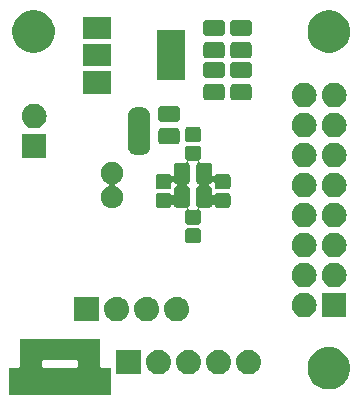
<source format=gts>
G04 #@! TF.GenerationSoftware,KiCad,Pcbnew,5.0.2+dfsg1-1*
G04 #@! TF.CreationDate,2019-02-22T20:57:12+02:00*
G04 #@! TF.ProjectId,e3634a_oled,65333633-3461-45f6-9f6c-65642e6b6963,A*
G04 #@! TF.SameCoordinates,Original*
G04 #@! TF.FileFunction,Soldermask,Top*
G04 #@! TF.FilePolarity,Negative*
%FSLAX46Y46*%
G04 Gerber Fmt 4.6, Leading zero omitted, Abs format (unit mm)*
G04 Created by KiCad (PCBNEW 5.0.2+dfsg1-1) date Fri 22 Feb 2019 08:57:12 PM EET*
%MOMM*%
%LPD*%
G01*
G04 APERTURE LIST*
%ADD10C,0.100000*%
G04 APERTURE END LIST*
D10*
G36*
X58130220Y-70828060D02*
X58132622Y-70852446D01*
X58139735Y-70875895D01*
X58151286Y-70897506D01*
X58166832Y-70916448D01*
X58185774Y-70931994D01*
X58207385Y-70943545D01*
X58230834Y-70950658D01*
X58255220Y-70953060D01*
X59027720Y-70953060D01*
X59027720Y-73253060D01*
X50432720Y-73253060D01*
X50432720Y-70953060D01*
X51205220Y-70953060D01*
X51229606Y-70950658D01*
X51253055Y-70943545D01*
X51274666Y-70931994D01*
X51293608Y-70916448D01*
X51309154Y-70897506D01*
X51320705Y-70875895D01*
X51327818Y-70852446D01*
X51330220Y-70828060D01*
X51330220Y-70458060D01*
X53205220Y-70458060D01*
X53205220Y-70828060D01*
X53207622Y-70852446D01*
X53214735Y-70875895D01*
X53226286Y-70897506D01*
X53241832Y-70916448D01*
X53260774Y-70931994D01*
X53282385Y-70943545D01*
X53305834Y-70950658D01*
X53330220Y-70953060D01*
X56130220Y-70953060D01*
X56154606Y-70950658D01*
X56178055Y-70943545D01*
X56199666Y-70931994D01*
X56218608Y-70916448D01*
X56234154Y-70897506D01*
X56245705Y-70875895D01*
X56252818Y-70852446D01*
X56255220Y-70828060D01*
X56255220Y-70458060D01*
X56252818Y-70433674D01*
X56245705Y-70410225D01*
X56234154Y-70388614D01*
X56218608Y-70369672D01*
X56199666Y-70354126D01*
X56178055Y-70342575D01*
X56154606Y-70335462D01*
X56130220Y-70333060D01*
X53330220Y-70333060D01*
X53305834Y-70335462D01*
X53282385Y-70342575D01*
X53260774Y-70354126D01*
X53241832Y-70369672D01*
X53226286Y-70388614D01*
X53214735Y-70410225D01*
X53207622Y-70433674D01*
X53205220Y-70458060D01*
X51330220Y-70458060D01*
X51330220Y-68553060D01*
X58130220Y-68553060D01*
X58130220Y-70828060D01*
X58130220Y-70828060D01*
G37*
G36*
X77909122Y-69246115D02*
X78025041Y-69269173D01*
X78352620Y-69404861D01*
X78390243Y-69430000D01*
X78647436Y-69601851D01*
X78898149Y-69852564D01*
X78898151Y-69852567D01*
X79095139Y-70147380D01*
X79230827Y-70474959D01*
X79300000Y-70822716D01*
X79300000Y-71177284D01*
X79232863Y-71514807D01*
X79230827Y-71525040D01*
X79095140Y-71852618D01*
X78898149Y-72147436D01*
X78647436Y-72398149D01*
X78647433Y-72398151D01*
X78352620Y-72595139D01*
X78025041Y-72730827D01*
X77909122Y-72753885D01*
X77677286Y-72800000D01*
X77322714Y-72800000D01*
X77090878Y-72753885D01*
X76974959Y-72730827D01*
X76647380Y-72595139D01*
X76352567Y-72398151D01*
X76352564Y-72398149D01*
X76101851Y-72147436D01*
X75904860Y-71852618D01*
X75769173Y-71525040D01*
X75767138Y-71514807D01*
X75700000Y-71177284D01*
X75700000Y-70822716D01*
X75769173Y-70474959D01*
X75904861Y-70147380D01*
X76101849Y-69852567D01*
X76101851Y-69852564D01*
X76352564Y-69601851D01*
X76609757Y-69430000D01*
X76647380Y-69404861D01*
X76974959Y-69269173D01*
X77090878Y-69246115D01*
X77322714Y-69200000D01*
X77677286Y-69200000D01*
X77909122Y-69246115D01*
X77909122Y-69246115D01*
G37*
G36*
X61591000Y-71530000D02*
X59491000Y-71530000D01*
X59491000Y-69430000D01*
X61591000Y-69430000D01*
X61591000Y-71530000D01*
X61591000Y-71530000D01*
G37*
G36*
X63209707Y-69437597D02*
X63286836Y-69445193D01*
X63418787Y-69485220D01*
X63484763Y-69505233D01*
X63667172Y-69602733D01*
X63827054Y-69733946D01*
X63958267Y-69893828D01*
X64055767Y-70076237D01*
X64055767Y-70076238D01*
X64115807Y-70274164D01*
X64136080Y-70480000D01*
X64115807Y-70685836D01*
X64075780Y-70817787D01*
X64055767Y-70883763D01*
X63958267Y-71066172D01*
X63827054Y-71226054D01*
X63667172Y-71357267D01*
X63484763Y-71454767D01*
X63418787Y-71474780D01*
X63286836Y-71514807D01*
X63209707Y-71522404D01*
X63132580Y-71530000D01*
X63029420Y-71530000D01*
X62952293Y-71522404D01*
X62875164Y-71514807D01*
X62743213Y-71474780D01*
X62677237Y-71454767D01*
X62494828Y-71357267D01*
X62334946Y-71226054D01*
X62203733Y-71066172D01*
X62106233Y-70883763D01*
X62086220Y-70817787D01*
X62046193Y-70685836D01*
X62025920Y-70480000D01*
X62046193Y-70274164D01*
X62106233Y-70076238D01*
X62106233Y-70076237D01*
X62203733Y-69893828D01*
X62334946Y-69733946D01*
X62494828Y-69602733D01*
X62677237Y-69505233D01*
X62743213Y-69485220D01*
X62875164Y-69445193D01*
X62952293Y-69437597D01*
X63029420Y-69430000D01*
X63132580Y-69430000D01*
X63209707Y-69437597D01*
X63209707Y-69437597D01*
G37*
G36*
X65749707Y-69437597D02*
X65826836Y-69445193D01*
X65958787Y-69485220D01*
X66024763Y-69505233D01*
X66207172Y-69602733D01*
X66367054Y-69733946D01*
X66498267Y-69893828D01*
X66595767Y-70076237D01*
X66595767Y-70076238D01*
X66655807Y-70274164D01*
X66676080Y-70480000D01*
X66655807Y-70685836D01*
X66615780Y-70817787D01*
X66595767Y-70883763D01*
X66498267Y-71066172D01*
X66367054Y-71226054D01*
X66207172Y-71357267D01*
X66024763Y-71454767D01*
X65958787Y-71474780D01*
X65826836Y-71514807D01*
X65749707Y-71522404D01*
X65672580Y-71530000D01*
X65569420Y-71530000D01*
X65492293Y-71522404D01*
X65415164Y-71514807D01*
X65283213Y-71474780D01*
X65217237Y-71454767D01*
X65034828Y-71357267D01*
X64874946Y-71226054D01*
X64743733Y-71066172D01*
X64646233Y-70883763D01*
X64626220Y-70817787D01*
X64586193Y-70685836D01*
X64565920Y-70480000D01*
X64586193Y-70274164D01*
X64646233Y-70076238D01*
X64646233Y-70076237D01*
X64743733Y-69893828D01*
X64874946Y-69733946D01*
X65034828Y-69602733D01*
X65217237Y-69505233D01*
X65283213Y-69485220D01*
X65415164Y-69445193D01*
X65492293Y-69437597D01*
X65569420Y-69430000D01*
X65672580Y-69430000D01*
X65749707Y-69437597D01*
X65749707Y-69437597D01*
G37*
G36*
X68289707Y-69437597D02*
X68366836Y-69445193D01*
X68498787Y-69485220D01*
X68564763Y-69505233D01*
X68747172Y-69602733D01*
X68907054Y-69733946D01*
X69038267Y-69893828D01*
X69135767Y-70076237D01*
X69135767Y-70076238D01*
X69195807Y-70274164D01*
X69216080Y-70480000D01*
X69195807Y-70685836D01*
X69155780Y-70817787D01*
X69135767Y-70883763D01*
X69038267Y-71066172D01*
X68907054Y-71226054D01*
X68747172Y-71357267D01*
X68564763Y-71454767D01*
X68498787Y-71474780D01*
X68366836Y-71514807D01*
X68289707Y-71522404D01*
X68212580Y-71530000D01*
X68109420Y-71530000D01*
X68032293Y-71522404D01*
X67955164Y-71514807D01*
X67823213Y-71474780D01*
X67757237Y-71454767D01*
X67574828Y-71357267D01*
X67414946Y-71226054D01*
X67283733Y-71066172D01*
X67186233Y-70883763D01*
X67166220Y-70817787D01*
X67126193Y-70685836D01*
X67105920Y-70480000D01*
X67126193Y-70274164D01*
X67186233Y-70076238D01*
X67186233Y-70076237D01*
X67283733Y-69893828D01*
X67414946Y-69733946D01*
X67574828Y-69602733D01*
X67757237Y-69505233D01*
X67823213Y-69485220D01*
X67955164Y-69445193D01*
X68032293Y-69437597D01*
X68109420Y-69430000D01*
X68212580Y-69430000D01*
X68289707Y-69437597D01*
X68289707Y-69437597D01*
G37*
G36*
X70829707Y-69437597D02*
X70906836Y-69445193D01*
X71038787Y-69485220D01*
X71104763Y-69505233D01*
X71287172Y-69602733D01*
X71447054Y-69733946D01*
X71578267Y-69893828D01*
X71675767Y-70076237D01*
X71675767Y-70076238D01*
X71735807Y-70274164D01*
X71756080Y-70480000D01*
X71735807Y-70685836D01*
X71695780Y-70817787D01*
X71675767Y-70883763D01*
X71578267Y-71066172D01*
X71447054Y-71226054D01*
X71287172Y-71357267D01*
X71104763Y-71454767D01*
X71038787Y-71474780D01*
X70906836Y-71514807D01*
X70829707Y-71522404D01*
X70752580Y-71530000D01*
X70649420Y-71530000D01*
X70572293Y-71522404D01*
X70495164Y-71514807D01*
X70363213Y-71474780D01*
X70297237Y-71454767D01*
X70114828Y-71357267D01*
X69954946Y-71226054D01*
X69823733Y-71066172D01*
X69726233Y-70883763D01*
X69706220Y-70817787D01*
X69666193Y-70685836D01*
X69645920Y-70480000D01*
X69666193Y-70274164D01*
X69726233Y-70076238D01*
X69726233Y-70076237D01*
X69823733Y-69893828D01*
X69954946Y-69733946D01*
X70114828Y-69602733D01*
X70297237Y-69505233D01*
X70363213Y-69485220D01*
X70495164Y-69445193D01*
X70572293Y-69437597D01*
X70649420Y-69430000D01*
X70752580Y-69430000D01*
X70829707Y-69437597D01*
X70829707Y-69437597D01*
G37*
G36*
X58050000Y-67050000D02*
X55950000Y-67050000D01*
X55950000Y-64950000D01*
X58050000Y-64950000D01*
X58050000Y-67050000D01*
X58050000Y-67050000D01*
G37*
G36*
X59668707Y-64957596D02*
X59745836Y-64965193D01*
X59877787Y-65005220D01*
X59943763Y-65025233D01*
X60126172Y-65122733D01*
X60286054Y-65253946D01*
X60417267Y-65413828D01*
X60514767Y-65596237D01*
X60514767Y-65596238D01*
X60574807Y-65794164D01*
X60595080Y-66000000D01*
X60574807Y-66205836D01*
X60564391Y-66240172D01*
X60514767Y-66403763D01*
X60417267Y-66586172D01*
X60286054Y-66746054D01*
X60126172Y-66877267D01*
X59943763Y-66974767D01*
X59877787Y-66994780D01*
X59745836Y-67034807D01*
X59668707Y-67042404D01*
X59591580Y-67050000D01*
X59488420Y-67050000D01*
X59411293Y-67042404D01*
X59334164Y-67034807D01*
X59202213Y-66994780D01*
X59136237Y-66974767D01*
X58953828Y-66877267D01*
X58793946Y-66746054D01*
X58662733Y-66586172D01*
X58565233Y-66403763D01*
X58515609Y-66240172D01*
X58505193Y-66205836D01*
X58484920Y-66000000D01*
X58505193Y-65794164D01*
X58565233Y-65596238D01*
X58565233Y-65596237D01*
X58662733Y-65413828D01*
X58793946Y-65253946D01*
X58953828Y-65122733D01*
X59136237Y-65025233D01*
X59202213Y-65005220D01*
X59334164Y-64965193D01*
X59411293Y-64957596D01*
X59488420Y-64950000D01*
X59591580Y-64950000D01*
X59668707Y-64957596D01*
X59668707Y-64957596D01*
G37*
G36*
X64748707Y-64957596D02*
X64825836Y-64965193D01*
X64957787Y-65005220D01*
X65023763Y-65025233D01*
X65206172Y-65122733D01*
X65366054Y-65253946D01*
X65497267Y-65413828D01*
X65594767Y-65596237D01*
X65594767Y-65596238D01*
X65654807Y-65794164D01*
X65675080Y-66000000D01*
X65654807Y-66205836D01*
X65644391Y-66240172D01*
X65594767Y-66403763D01*
X65497267Y-66586172D01*
X65366054Y-66746054D01*
X65206172Y-66877267D01*
X65023763Y-66974767D01*
X64957787Y-66994780D01*
X64825836Y-67034807D01*
X64748707Y-67042404D01*
X64671580Y-67050000D01*
X64568420Y-67050000D01*
X64491293Y-67042404D01*
X64414164Y-67034807D01*
X64282213Y-66994780D01*
X64216237Y-66974767D01*
X64033828Y-66877267D01*
X63873946Y-66746054D01*
X63742733Y-66586172D01*
X63645233Y-66403763D01*
X63595609Y-66240172D01*
X63585193Y-66205836D01*
X63564920Y-66000000D01*
X63585193Y-65794164D01*
X63645233Y-65596238D01*
X63645233Y-65596237D01*
X63742733Y-65413828D01*
X63873946Y-65253946D01*
X64033828Y-65122733D01*
X64216237Y-65025233D01*
X64282213Y-65005220D01*
X64414164Y-64965193D01*
X64491293Y-64957596D01*
X64568420Y-64950000D01*
X64671580Y-64950000D01*
X64748707Y-64957596D01*
X64748707Y-64957596D01*
G37*
G36*
X62208707Y-64957596D02*
X62285836Y-64965193D01*
X62417787Y-65005220D01*
X62483763Y-65025233D01*
X62666172Y-65122733D01*
X62826054Y-65253946D01*
X62957267Y-65413828D01*
X63054767Y-65596237D01*
X63054767Y-65596238D01*
X63114807Y-65794164D01*
X63135080Y-66000000D01*
X63114807Y-66205836D01*
X63104391Y-66240172D01*
X63054767Y-66403763D01*
X62957267Y-66586172D01*
X62826054Y-66746054D01*
X62666172Y-66877267D01*
X62483763Y-66974767D01*
X62417787Y-66994780D01*
X62285836Y-67034807D01*
X62208707Y-67042404D01*
X62131580Y-67050000D01*
X62028420Y-67050000D01*
X61951293Y-67042404D01*
X61874164Y-67034807D01*
X61742213Y-66994780D01*
X61676237Y-66974767D01*
X61493828Y-66877267D01*
X61333946Y-66746054D01*
X61202733Y-66586172D01*
X61105233Y-66403763D01*
X61055609Y-66240172D01*
X61045193Y-66205836D01*
X61024920Y-66000000D01*
X61045193Y-65794164D01*
X61105233Y-65596238D01*
X61105233Y-65596237D01*
X61202733Y-65413828D01*
X61333946Y-65253946D01*
X61493828Y-65122733D01*
X61676237Y-65025233D01*
X61742213Y-65005220D01*
X61874164Y-64965193D01*
X61951293Y-64957596D01*
X62028420Y-64950000D01*
X62131580Y-64950000D01*
X62208707Y-64957596D01*
X62208707Y-64957596D01*
G37*
G36*
X78990000Y-66704000D02*
X76890000Y-66704000D01*
X76890000Y-64604000D01*
X78990000Y-64604000D01*
X78990000Y-66704000D01*
X78990000Y-66704000D01*
G37*
G36*
X75528707Y-64611596D02*
X75605836Y-64619193D01*
X75737787Y-64659220D01*
X75803763Y-64679233D01*
X75986172Y-64776733D01*
X76146054Y-64907946D01*
X76277267Y-65067828D01*
X76374767Y-65250237D01*
X76374767Y-65250238D01*
X76434807Y-65448164D01*
X76455080Y-65654000D01*
X76434807Y-65859836D01*
X76394780Y-65991787D01*
X76374767Y-66057763D01*
X76277267Y-66240172D01*
X76146054Y-66400054D01*
X75986172Y-66531267D01*
X75803763Y-66628767D01*
X75737787Y-66648780D01*
X75605836Y-66688807D01*
X75528707Y-66696404D01*
X75451580Y-66704000D01*
X75348420Y-66704000D01*
X75271293Y-66696404D01*
X75194164Y-66688807D01*
X75062213Y-66648780D01*
X74996237Y-66628767D01*
X74813828Y-66531267D01*
X74653946Y-66400054D01*
X74522733Y-66240172D01*
X74425233Y-66057763D01*
X74405220Y-65991787D01*
X74365193Y-65859836D01*
X74344920Y-65654000D01*
X74365193Y-65448164D01*
X74425233Y-65250238D01*
X74425233Y-65250237D01*
X74522733Y-65067828D01*
X74653946Y-64907946D01*
X74813828Y-64776733D01*
X74996237Y-64679233D01*
X75062213Y-64659220D01*
X75194164Y-64619193D01*
X75271293Y-64611596D01*
X75348420Y-64604000D01*
X75451580Y-64604000D01*
X75528707Y-64611596D01*
X75528707Y-64611596D01*
G37*
G36*
X78068707Y-62071596D02*
X78145836Y-62079193D01*
X78277787Y-62119220D01*
X78343763Y-62139233D01*
X78526172Y-62236733D01*
X78686054Y-62367946D01*
X78817267Y-62527828D01*
X78914767Y-62710237D01*
X78914767Y-62710238D01*
X78974807Y-62908164D01*
X78995080Y-63114000D01*
X78974807Y-63319836D01*
X78934780Y-63451787D01*
X78914767Y-63517763D01*
X78817267Y-63700172D01*
X78686054Y-63860054D01*
X78526172Y-63991267D01*
X78343763Y-64088767D01*
X78277787Y-64108780D01*
X78145836Y-64148807D01*
X78068707Y-64156404D01*
X77991580Y-64164000D01*
X77888420Y-64164000D01*
X77811293Y-64156404D01*
X77734164Y-64148807D01*
X77602213Y-64108780D01*
X77536237Y-64088767D01*
X77353828Y-63991267D01*
X77193946Y-63860054D01*
X77062733Y-63700172D01*
X76965233Y-63517763D01*
X76945220Y-63451787D01*
X76905193Y-63319836D01*
X76884920Y-63114000D01*
X76905193Y-62908164D01*
X76965233Y-62710238D01*
X76965233Y-62710237D01*
X77062733Y-62527828D01*
X77193946Y-62367946D01*
X77353828Y-62236733D01*
X77536237Y-62139233D01*
X77602213Y-62119220D01*
X77734164Y-62079193D01*
X77811293Y-62071596D01*
X77888420Y-62064000D01*
X77991580Y-62064000D01*
X78068707Y-62071596D01*
X78068707Y-62071596D01*
G37*
G36*
X75528707Y-62071596D02*
X75605836Y-62079193D01*
X75737787Y-62119220D01*
X75803763Y-62139233D01*
X75986172Y-62236733D01*
X76146054Y-62367946D01*
X76277267Y-62527828D01*
X76374767Y-62710237D01*
X76374767Y-62710238D01*
X76434807Y-62908164D01*
X76455080Y-63114000D01*
X76434807Y-63319836D01*
X76394780Y-63451787D01*
X76374767Y-63517763D01*
X76277267Y-63700172D01*
X76146054Y-63860054D01*
X75986172Y-63991267D01*
X75803763Y-64088767D01*
X75737787Y-64108780D01*
X75605836Y-64148807D01*
X75528707Y-64156404D01*
X75451580Y-64164000D01*
X75348420Y-64164000D01*
X75271293Y-64156404D01*
X75194164Y-64148807D01*
X75062213Y-64108780D01*
X74996237Y-64088767D01*
X74813828Y-63991267D01*
X74653946Y-63860054D01*
X74522733Y-63700172D01*
X74425233Y-63517763D01*
X74405220Y-63451787D01*
X74365193Y-63319836D01*
X74344920Y-63114000D01*
X74365193Y-62908164D01*
X74425233Y-62710238D01*
X74425233Y-62710237D01*
X74522733Y-62527828D01*
X74653946Y-62367946D01*
X74813828Y-62236733D01*
X74996237Y-62139233D01*
X75062213Y-62119220D01*
X75194164Y-62079193D01*
X75271293Y-62071596D01*
X75348420Y-62064000D01*
X75451580Y-62064000D01*
X75528707Y-62071596D01*
X75528707Y-62071596D01*
G37*
G36*
X78068707Y-59531596D02*
X78145836Y-59539193D01*
X78277787Y-59579220D01*
X78343763Y-59599233D01*
X78526172Y-59696733D01*
X78686054Y-59827946D01*
X78817267Y-59987828D01*
X78914767Y-60170237D01*
X78914767Y-60170238D01*
X78974807Y-60368164D01*
X78995080Y-60574000D01*
X78974807Y-60779836D01*
X78934780Y-60911787D01*
X78914767Y-60977763D01*
X78817267Y-61160172D01*
X78686054Y-61320054D01*
X78526172Y-61451267D01*
X78343763Y-61548767D01*
X78277787Y-61568780D01*
X78145836Y-61608807D01*
X78068707Y-61616404D01*
X77991580Y-61624000D01*
X77888420Y-61624000D01*
X77811293Y-61616404D01*
X77734164Y-61608807D01*
X77602213Y-61568780D01*
X77536237Y-61548767D01*
X77353828Y-61451267D01*
X77193946Y-61320054D01*
X77062733Y-61160172D01*
X76965233Y-60977763D01*
X76945220Y-60911787D01*
X76905193Y-60779836D01*
X76884920Y-60574000D01*
X76905193Y-60368164D01*
X76965233Y-60170238D01*
X76965233Y-60170237D01*
X77062733Y-59987828D01*
X77193946Y-59827946D01*
X77353828Y-59696733D01*
X77536237Y-59599233D01*
X77602213Y-59579220D01*
X77734164Y-59539193D01*
X77811293Y-59531596D01*
X77888420Y-59524000D01*
X77991580Y-59524000D01*
X78068707Y-59531596D01*
X78068707Y-59531596D01*
G37*
G36*
X75528707Y-59531596D02*
X75605836Y-59539193D01*
X75737787Y-59579220D01*
X75803763Y-59599233D01*
X75986172Y-59696733D01*
X76146054Y-59827946D01*
X76277267Y-59987828D01*
X76374767Y-60170237D01*
X76374767Y-60170238D01*
X76434807Y-60368164D01*
X76455080Y-60574000D01*
X76434807Y-60779836D01*
X76394780Y-60911787D01*
X76374767Y-60977763D01*
X76277267Y-61160172D01*
X76146054Y-61320054D01*
X75986172Y-61451267D01*
X75803763Y-61548767D01*
X75737787Y-61568780D01*
X75605836Y-61608807D01*
X75528707Y-61616404D01*
X75451580Y-61624000D01*
X75348420Y-61624000D01*
X75271293Y-61616404D01*
X75194164Y-61608807D01*
X75062213Y-61568780D01*
X74996237Y-61548767D01*
X74813828Y-61451267D01*
X74653946Y-61320054D01*
X74522733Y-61160172D01*
X74425233Y-60977763D01*
X74405220Y-60911787D01*
X74365193Y-60779836D01*
X74344920Y-60574000D01*
X74365193Y-60368164D01*
X74425233Y-60170238D01*
X74425233Y-60170237D01*
X74522733Y-59987828D01*
X74653946Y-59827946D01*
X74813828Y-59696733D01*
X74996237Y-59599233D01*
X75062213Y-59579220D01*
X75194164Y-59539193D01*
X75271293Y-59531596D01*
X75348420Y-59524000D01*
X75451580Y-59524000D01*
X75528707Y-59531596D01*
X75528707Y-59531596D01*
G37*
G36*
X66468622Y-59155517D02*
X66516585Y-59170066D01*
X66560775Y-59193686D01*
X66599518Y-59225482D01*
X66631314Y-59264225D01*
X66654934Y-59308415D01*
X66669483Y-59356378D01*
X66675000Y-59412391D01*
X66675000Y-60162609D01*
X66669483Y-60218622D01*
X66654934Y-60266585D01*
X66631314Y-60310775D01*
X66599518Y-60349518D01*
X66560775Y-60381314D01*
X66516585Y-60404934D01*
X66468622Y-60419483D01*
X66412609Y-60425000D01*
X65587391Y-60425000D01*
X65531378Y-60419483D01*
X65483415Y-60404934D01*
X65439225Y-60381314D01*
X65400482Y-60349518D01*
X65368686Y-60310775D01*
X65345066Y-60266585D01*
X65330517Y-60218622D01*
X65325000Y-60162609D01*
X65325000Y-59412391D01*
X65330517Y-59356378D01*
X65345066Y-59308415D01*
X65368686Y-59264225D01*
X65400482Y-59225482D01*
X65439225Y-59193686D01*
X65483415Y-59170066D01*
X65531378Y-59155517D01*
X65587391Y-59150000D01*
X66412609Y-59150000D01*
X66468622Y-59155517D01*
X66468622Y-59155517D01*
G37*
G36*
X75528707Y-56991597D02*
X75605836Y-56999193D01*
X75737787Y-57039220D01*
X75803763Y-57059233D01*
X75986172Y-57156733D01*
X76146054Y-57287946D01*
X76277267Y-57447828D01*
X76374767Y-57630237D01*
X76374767Y-57630238D01*
X76434807Y-57828164D01*
X76455080Y-58034000D01*
X76434807Y-58239836D01*
X76394780Y-58371787D01*
X76374767Y-58437763D01*
X76277267Y-58620172D01*
X76146054Y-58780054D01*
X75986172Y-58911267D01*
X75803763Y-59008767D01*
X75737787Y-59028780D01*
X75605836Y-59068807D01*
X75528707Y-59076403D01*
X75451580Y-59084000D01*
X75348420Y-59084000D01*
X75271293Y-59076403D01*
X75194164Y-59068807D01*
X75062213Y-59028780D01*
X74996237Y-59008767D01*
X74813828Y-58911267D01*
X74653946Y-58780054D01*
X74522733Y-58620172D01*
X74425233Y-58437763D01*
X74405220Y-58371787D01*
X74365193Y-58239836D01*
X74344920Y-58034000D01*
X74365193Y-57828164D01*
X74425233Y-57630238D01*
X74425233Y-57630237D01*
X74522733Y-57447828D01*
X74653946Y-57287946D01*
X74813828Y-57156733D01*
X74996237Y-57059233D01*
X75062213Y-57039220D01*
X75194164Y-56999193D01*
X75271293Y-56991597D01*
X75348420Y-56984000D01*
X75451580Y-56984000D01*
X75528707Y-56991597D01*
X75528707Y-56991597D01*
G37*
G36*
X78068707Y-56991597D02*
X78145836Y-56999193D01*
X78277787Y-57039220D01*
X78343763Y-57059233D01*
X78526172Y-57156733D01*
X78686054Y-57287946D01*
X78817267Y-57447828D01*
X78914767Y-57630237D01*
X78914767Y-57630238D01*
X78974807Y-57828164D01*
X78995080Y-58034000D01*
X78974807Y-58239836D01*
X78934780Y-58371787D01*
X78914767Y-58437763D01*
X78817267Y-58620172D01*
X78686054Y-58780054D01*
X78526172Y-58911267D01*
X78343763Y-59008767D01*
X78277787Y-59028780D01*
X78145836Y-59068807D01*
X78068707Y-59076403D01*
X77991580Y-59084000D01*
X77888420Y-59084000D01*
X77811293Y-59076403D01*
X77734164Y-59068807D01*
X77602213Y-59028780D01*
X77536237Y-59008767D01*
X77353828Y-58911267D01*
X77193946Y-58780054D01*
X77062733Y-58620172D01*
X76965233Y-58437763D01*
X76945220Y-58371787D01*
X76905193Y-58239836D01*
X76884920Y-58034000D01*
X76905193Y-57828164D01*
X76965233Y-57630238D01*
X76965233Y-57630237D01*
X77062733Y-57447828D01*
X77193946Y-57287946D01*
X77353828Y-57156733D01*
X77536237Y-57059233D01*
X77602213Y-57039220D01*
X77734164Y-56999193D01*
X77811293Y-56991597D01*
X77888420Y-56984000D01*
X77991580Y-56984000D01*
X78068707Y-56991597D01*
X78068707Y-56991597D01*
G37*
G36*
X66468622Y-52155517D02*
X66516585Y-52170066D01*
X66560775Y-52193686D01*
X66599518Y-52225482D01*
X66631314Y-52264225D01*
X66654934Y-52308415D01*
X66669483Y-52356378D01*
X66675000Y-52412391D01*
X66675000Y-53162609D01*
X66669483Y-53218622D01*
X66654934Y-53266585D01*
X66631314Y-53310775D01*
X66599518Y-53349518D01*
X66564357Y-53378374D01*
X66547030Y-53395702D01*
X66533416Y-53416076D01*
X66524039Y-53438715D01*
X66519259Y-53462749D01*
X66519259Y-53487253D01*
X66524040Y-53511286D01*
X66533417Y-53533925D01*
X66547031Y-53554300D01*
X66564359Y-53571627D01*
X66584733Y-53585241D01*
X66607372Y-53594618D01*
X66643657Y-53600000D01*
X67337610Y-53600000D01*
X67398497Y-53605997D01*
X67451153Y-53621970D01*
X67499665Y-53647900D01*
X67542196Y-53682804D01*
X67577100Y-53725335D01*
X67603030Y-53773847D01*
X67619003Y-53826503D01*
X67625000Y-53887390D01*
X67625000Y-54646103D01*
X67627402Y-54670489D01*
X67634515Y-54693938D01*
X67646066Y-54715549D01*
X67661612Y-54734491D01*
X67680554Y-54750037D01*
X67702165Y-54761588D01*
X67725614Y-54768701D01*
X67750000Y-54771103D01*
X67774386Y-54768701D01*
X67797835Y-54761588D01*
X67819446Y-54750037D01*
X67838388Y-54734491D01*
X67853934Y-54715549D01*
X67860241Y-54705027D01*
X67868689Y-54689221D01*
X67900482Y-54650482D01*
X67939225Y-54618686D01*
X67983415Y-54595066D01*
X68031378Y-54580517D01*
X68087391Y-54575000D01*
X68912609Y-54575000D01*
X68968622Y-54580517D01*
X69016585Y-54595066D01*
X69060775Y-54618686D01*
X69099518Y-54650482D01*
X69131314Y-54689225D01*
X69154934Y-54733415D01*
X69169483Y-54781378D01*
X69175000Y-54837391D01*
X69175000Y-55587609D01*
X69169483Y-55643622D01*
X69154934Y-55691585D01*
X69131314Y-55735775D01*
X69099518Y-55774518D01*
X69060775Y-55806314D01*
X69016585Y-55829934D01*
X68968622Y-55844483D01*
X68912609Y-55850000D01*
X68087391Y-55850000D01*
X68031378Y-55844483D01*
X67983415Y-55829934D01*
X67939225Y-55806314D01*
X67900482Y-55774518D01*
X67868686Y-55735775D01*
X67845066Y-55691585D01*
X67830517Y-55643622D01*
X67825000Y-55587609D01*
X67825000Y-55309904D01*
X67822598Y-55285518D01*
X67815485Y-55262069D01*
X67803934Y-55240458D01*
X67788388Y-55221516D01*
X67769446Y-55205970D01*
X67747835Y-55194419D01*
X67724386Y-55187306D01*
X67700000Y-55184904D01*
X67675614Y-55187306D01*
X67652165Y-55194419D01*
X67630554Y-55205970D01*
X67611612Y-55221516D01*
X67596066Y-55240458D01*
X67589760Y-55250980D01*
X67577100Y-55274665D01*
X67542196Y-55317196D01*
X67499665Y-55352100D01*
X67451152Y-55378031D01*
X67443401Y-55380382D01*
X67420762Y-55389760D01*
X67400387Y-55403373D01*
X67383060Y-55420701D01*
X67369446Y-55441075D01*
X67360069Y-55463714D01*
X67355288Y-55487748D01*
X67355288Y-55512252D01*
X67360068Y-55536285D01*
X67369446Y-55558924D01*
X67383059Y-55579299D01*
X67400387Y-55596626D01*
X67420761Y-55610240D01*
X67443401Y-55619618D01*
X67451152Y-55621969D01*
X67499665Y-55647900D01*
X67542196Y-55682804D01*
X67577100Y-55725335D01*
X67603030Y-55773847D01*
X67619003Y-55826503D01*
X67625000Y-55887390D01*
X67625000Y-56221103D01*
X67627402Y-56245489D01*
X67634515Y-56268938D01*
X67646066Y-56290549D01*
X67661612Y-56309491D01*
X67680554Y-56325037D01*
X67702165Y-56336588D01*
X67725614Y-56343701D01*
X67750000Y-56346103D01*
X67774386Y-56343701D01*
X67797835Y-56336588D01*
X67819446Y-56325037D01*
X67838388Y-56309491D01*
X67853934Y-56290549D01*
X67860241Y-56280027D01*
X67868689Y-56264221D01*
X67900482Y-56225482D01*
X67939225Y-56193686D01*
X67983415Y-56170066D01*
X68031378Y-56155517D01*
X68087391Y-56150000D01*
X68912609Y-56150000D01*
X68968622Y-56155517D01*
X69016585Y-56170066D01*
X69060775Y-56193686D01*
X69099518Y-56225482D01*
X69131314Y-56264225D01*
X69154934Y-56308415D01*
X69169483Y-56356378D01*
X69175000Y-56412391D01*
X69175000Y-57162609D01*
X69169483Y-57218622D01*
X69154934Y-57266585D01*
X69131314Y-57310775D01*
X69099518Y-57349518D01*
X69060775Y-57381314D01*
X69016585Y-57404934D01*
X68968622Y-57419483D01*
X68912609Y-57425000D01*
X68087391Y-57425000D01*
X68031378Y-57419483D01*
X67983415Y-57404934D01*
X67939225Y-57381314D01*
X67900482Y-57349518D01*
X67868686Y-57310775D01*
X67845066Y-57266585D01*
X67837214Y-57240699D01*
X67827837Y-57218060D01*
X67814223Y-57197685D01*
X67796896Y-57180358D01*
X67776521Y-57166744D01*
X67753882Y-57157367D01*
X67729849Y-57152586D01*
X67705345Y-57152586D01*
X67681311Y-57157366D01*
X67658672Y-57166743D01*
X67638297Y-57180357D01*
X67620970Y-57197684D01*
X67607356Y-57218060D01*
X67577100Y-57274665D01*
X67542196Y-57317196D01*
X67499665Y-57352100D01*
X67451153Y-57378030D01*
X67398497Y-57394003D01*
X67337610Y-57400000D01*
X66643657Y-57400000D01*
X66619271Y-57402402D01*
X66595822Y-57409515D01*
X66574211Y-57421066D01*
X66555269Y-57436612D01*
X66539723Y-57455554D01*
X66528172Y-57477165D01*
X66521059Y-57500614D01*
X66518657Y-57525000D01*
X66521059Y-57549386D01*
X66528172Y-57572835D01*
X66539723Y-57594446D01*
X66564357Y-57621626D01*
X66599518Y-57650482D01*
X66631314Y-57689225D01*
X66654934Y-57733415D01*
X66669483Y-57781378D01*
X66675000Y-57837391D01*
X66675000Y-58587609D01*
X66669483Y-58643622D01*
X66654934Y-58691585D01*
X66631314Y-58735775D01*
X66599518Y-58774518D01*
X66560775Y-58806314D01*
X66516585Y-58829934D01*
X66468622Y-58844483D01*
X66412609Y-58850000D01*
X65587391Y-58850000D01*
X65531378Y-58844483D01*
X65483415Y-58829934D01*
X65439225Y-58806314D01*
X65400482Y-58774518D01*
X65368686Y-58735775D01*
X65345066Y-58691585D01*
X65330517Y-58643622D01*
X65325000Y-58587609D01*
X65325000Y-57837391D01*
X65330517Y-57781378D01*
X65345066Y-57733415D01*
X65368686Y-57689225D01*
X65400482Y-57650482D01*
X65435643Y-57621626D01*
X65452970Y-57604298D01*
X65466584Y-57583924D01*
X65475961Y-57561285D01*
X65480741Y-57537251D01*
X65480741Y-57512747D01*
X65475960Y-57488714D01*
X65466583Y-57466075D01*
X65452969Y-57445700D01*
X65435641Y-57428373D01*
X65415267Y-57414759D01*
X65392628Y-57405382D01*
X65356343Y-57400000D01*
X64662390Y-57400000D01*
X64601503Y-57394003D01*
X64548847Y-57378030D01*
X64500335Y-57352100D01*
X64457804Y-57317196D01*
X64422900Y-57274665D01*
X64392644Y-57218060D01*
X64379031Y-57197685D01*
X64361704Y-57180358D01*
X64341329Y-57166744D01*
X64318690Y-57157367D01*
X64294657Y-57152586D01*
X64270152Y-57152586D01*
X64246119Y-57157366D01*
X64223480Y-57166744D01*
X64203105Y-57180357D01*
X64185778Y-57197684D01*
X64172164Y-57218059D01*
X64162786Y-57240699D01*
X64154934Y-57266585D01*
X64131314Y-57310775D01*
X64099518Y-57349518D01*
X64060775Y-57381314D01*
X64016585Y-57404934D01*
X63968622Y-57419483D01*
X63912609Y-57425000D01*
X63087391Y-57425000D01*
X63031378Y-57419483D01*
X62983415Y-57404934D01*
X62939225Y-57381314D01*
X62900482Y-57349518D01*
X62868686Y-57310775D01*
X62845066Y-57266585D01*
X62830517Y-57218622D01*
X62825000Y-57162609D01*
X62825000Y-56412391D01*
X62830517Y-56356378D01*
X62845066Y-56308415D01*
X62868686Y-56264225D01*
X62900482Y-56225482D01*
X62939225Y-56193686D01*
X62983415Y-56170066D01*
X63031378Y-56155517D01*
X63087391Y-56150000D01*
X63912609Y-56150000D01*
X63968622Y-56155517D01*
X64016585Y-56170066D01*
X64060775Y-56193686D01*
X64099518Y-56225482D01*
X64131311Y-56264221D01*
X64139759Y-56280027D01*
X64153373Y-56300402D01*
X64170700Y-56317729D01*
X64191075Y-56331343D01*
X64213714Y-56340720D01*
X64237747Y-56345501D01*
X64262251Y-56345501D01*
X64286285Y-56340721D01*
X64308924Y-56331344D01*
X64329299Y-56317730D01*
X64346626Y-56300403D01*
X64360240Y-56280028D01*
X64369617Y-56257389D01*
X64374398Y-56233356D01*
X64375000Y-56221103D01*
X64375000Y-55887390D01*
X64380997Y-55826503D01*
X64396970Y-55773847D01*
X64422900Y-55725335D01*
X64457804Y-55682804D01*
X64500335Y-55647900D01*
X64548848Y-55621969D01*
X64556599Y-55619618D01*
X64579238Y-55610240D01*
X64599613Y-55596627D01*
X64616940Y-55579299D01*
X64630554Y-55558925D01*
X64639931Y-55536286D01*
X64644712Y-55512252D01*
X64644712Y-55487748D01*
X65480288Y-55487748D01*
X65480288Y-55512252D01*
X65485068Y-55536285D01*
X65494446Y-55558924D01*
X65508059Y-55579299D01*
X65525387Y-55596626D01*
X65545761Y-55610240D01*
X65568401Y-55619618D01*
X65576152Y-55621969D01*
X65624665Y-55647900D01*
X65667196Y-55682804D01*
X65702100Y-55725335D01*
X65728030Y-55773847D01*
X65744003Y-55826503D01*
X65750000Y-55887390D01*
X65750000Y-57112610D01*
X65744003Y-57173497D01*
X65728030Y-57226153D01*
X65702100Y-57274665D01*
X65667196Y-57317196D01*
X65623113Y-57353374D01*
X65605786Y-57370701D01*
X65592173Y-57391076D01*
X65582795Y-57413715D01*
X65578015Y-57437748D01*
X65578015Y-57462253D01*
X65582796Y-57486286D01*
X65592173Y-57508925D01*
X65605787Y-57529300D01*
X65623114Y-57546627D01*
X65643489Y-57560240D01*
X65666128Y-57569618D01*
X65702413Y-57575000D01*
X66297587Y-57575000D01*
X66321973Y-57572598D01*
X66345422Y-57565485D01*
X66367033Y-57553934D01*
X66385975Y-57538388D01*
X66401521Y-57519446D01*
X66413072Y-57497835D01*
X66420185Y-57474386D01*
X66422587Y-57450000D01*
X66420185Y-57425614D01*
X66413072Y-57402165D01*
X66401521Y-57380554D01*
X66376887Y-57353374D01*
X66332804Y-57317196D01*
X66297900Y-57274665D01*
X66271970Y-57226153D01*
X66255997Y-57173497D01*
X66250000Y-57112610D01*
X66250000Y-55887390D01*
X66255997Y-55826503D01*
X66271970Y-55773847D01*
X66297900Y-55725335D01*
X66332804Y-55682804D01*
X66375335Y-55647900D01*
X66423848Y-55621969D01*
X66431599Y-55619618D01*
X66454238Y-55610240D01*
X66474613Y-55596627D01*
X66491940Y-55579299D01*
X66505554Y-55558925D01*
X66514931Y-55536286D01*
X66519712Y-55512252D01*
X66519712Y-55487748D01*
X66514932Y-55463715D01*
X66505554Y-55441076D01*
X66491941Y-55420701D01*
X66474613Y-55403374D01*
X66454239Y-55389760D01*
X66431599Y-55380382D01*
X66423848Y-55378031D01*
X66375335Y-55352100D01*
X66332804Y-55317196D01*
X66297900Y-55274665D01*
X66271970Y-55226153D01*
X66255997Y-55173497D01*
X66250000Y-55112610D01*
X66250000Y-53887390D01*
X66255997Y-53826503D01*
X66271970Y-53773847D01*
X66297900Y-53725335D01*
X66332804Y-53682804D01*
X66376887Y-53646626D01*
X66394214Y-53629299D01*
X66407827Y-53608924D01*
X66417205Y-53586285D01*
X66421985Y-53562252D01*
X66421985Y-53537747D01*
X66417204Y-53513714D01*
X66407827Y-53491075D01*
X66394213Y-53470700D01*
X66376886Y-53453373D01*
X66356511Y-53439760D01*
X66333872Y-53430382D01*
X66297587Y-53425000D01*
X65702413Y-53425000D01*
X65678027Y-53427402D01*
X65654578Y-53434515D01*
X65632967Y-53446066D01*
X65614025Y-53461612D01*
X65598479Y-53480554D01*
X65586928Y-53502165D01*
X65579815Y-53525614D01*
X65577413Y-53550000D01*
X65579815Y-53574386D01*
X65586928Y-53597835D01*
X65598479Y-53619446D01*
X65623113Y-53646626D01*
X65667196Y-53682804D01*
X65702100Y-53725335D01*
X65728030Y-53773847D01*
X65744003Y-53826503D01*
X65750000Y-53887390D01*
X65750000Y-55112610D01*
X65744003Y-55173497D01*
X65728030Y-55226153D01*
X65702100Y-55274665D01*
X65667196Y-55317196D01*
X65624665Y-55352100D01*
X65576152Y-55378031D01*
X65568401Y-55380382D01*
X65545762Y-55389760D01*
X65525387Y-55403373D01*
X65508060Y-55420701D01*
X65494446Y-55441075D01*
X65485069Y-55463714D01*
X65480288Y-55487748D01*
X64644712Y-55487748D01*
X64639932Y-55463715D01*
X64630554Y-55441076D01*
X64616941Y-55420701D01*
X64599613Y-55403374D01*
X64579239Y-55389760D01*
X64556599Y-55380382D01*
X64548848Y-55378031D01*
X64500335Y-55352100D01*
X64457804Y-55317196D01*
X64422900Y-55274665D01*
X64410240Y-55250980D01*
X64396627Y-55230605D01*
X64379300Y-55213278D01*
X64358925Y-55199664D01*
X64336286Y-55190287D01*
X64312253Y-55185506D01*
X64287748Y-55185506D01*
X64263715Y-55190286D01*
X64241076Y-55199664D01*
X64220701Y-55213277D01*
X64203374Y-55230604D01*
X64189760Y-55250979D01*
X64180383Y-55273618D01*
X64175602Y-55297651D01*
X64175000Y-55309904D01*
X64175000Y-55587609D01*
X64169483Y-55643622D01*
X64154934Y-55691585D01*
X64131314Y-55735775D01*
X64099518Y-55774518D01*
X64060775Y-55806314D01*
X64016585Y-55829934D01*
X63968622Y-55844483D01*
X63912609Y-55850000D01*
X63087391Y-55850000D01*
X63031378Y-55844483D01*
X62983415Y-55829934D01*
X62939225Y-55806314D01*
X62900482Y-55774518D01*
X62868686Y-55735775D01*
X62845066Y-55691585D01*
X62830517Y-55643622D01*
X62825000Y-55587609D01*
X62825000Y-54837391D01*
X62830517Y-54781378D01*
X62845066Y-54733415D01*
X62868686Y-54689225D01*
X62900482Y-54650482D01*
X62939225Y-54618686D01*
X62983415Y-54595066D01*
X63031378Y-54580517D01*
X63087391Y-54575000D01*
X63912609Y-54575000D01*
X63968622Y-54580517D01*
X64016585Y-54595066D01*
X64060775Y-54618686D01*
X64099518Y-54650482D01*
X64131311Y-54689221D01*
X64139759Y-54705027D01*
X64153373Y-54725402D01*
X64170700Y-54742729D01*
X64191075Y-54756343D01*
X64213714Y-54765720D01*
X64237747Y-54770501D01*
X64262251Y-54770501D01*
X64286285Y-54765721D01*
X64308924Y-54756344D01*
X64329299Y-54742730D01*
X64346626Y-54725403D01*
X64360240Y-54705028D01*
X64369617Y-54682389D01*
X64374398Y-54658356D01*
X64375000Y-54646103D01*
X64375000Y-53887390D01*
X64380997Y-53826503D01*
X64396970Y-53773847D01*
X64422900Y-53725335D01*
X64457804Y-53682804D01*
X64500335Y-53647900D01*
X64548847Y-53621970D01*
X64601503Y-53605997D01*
X64662390Y-53600000D01*
X65356343Y-53600000D01*
X65380729Y-53597598D01*
X65404178Y-53590485D01*
X65425789Y-53578934D01*
X65444731Y-53563388D01*
X65460277Y-53544446D01*
X65471828Y-53522835D01*
X65478941Y-53499386D01*
X65481343Y-53475000D01*
X65478941Y-53450614D01*
X65471828Y-53427165D01*
X65460277Y-53405554D01*
X65435643Y-53378374D01*
X65400482Y-53349518D01*
X65368686Y-53310775D01*
X65345066Y-53266585D01*
X65330517Y-53218622D01*
X65325000Y-53162609D01*
X65325000Y-52412391D01*
X65330517Y-52356378D01*
X65345066Y-52308415D01*
X65368686Y-52264225D01*
X65400482Y-52225482D01*
X65439225Y-52193686D01*
X65483415Y-52170066D01*
X65531378Y-52155517D01*
X65587391Y-52150000D01*
X66412609Y-52150000D01*
X66468622Y-52155517D01*
X66468622Y-52155517D01*
G37*
G36*
X59267354Y-53533925D02*
X59421105Y-53564508D01*
X59593994Y-53636121D01*
X59749590Y-53740087D01*
X59881913Y-53872410D01*
X59985879Y-54028006D01*
X60057492Y-54200895D01*
X60094000Y-54384433D01*
X60094000Y-54571567D01*
X60057492Y-54755105D01*
X59985879Y-54927994D01*
X59881913Y-55083590D01*
X59749590Y-55215913D01*
X59593994Y-55319879D01*
X59452424Y-55378519D01*
X59430822Y-55390066D01*
X59411880Y-55405612D01*
X59396334Y-55424554D01*
X59384783Y-55446165D01*
X59377670Y-55469614D01*
X59375268Y-55494000D01*
X59377670Y-55518386D01*
X59384783Y-55541836D01*
X59396334Y-55563446D01*
X59411880Y-55582388D01*
X59430822Y-55597934D01*
X59452424Y-55609481D01*
X59593994Y-55668121D01*
X59749590Y-55772087D01*
X59881913Y-55904410D01*
X59985879Y-56060006D01*
X60057492Y-56232895D01*
X60094000Y-56416433D01*
X60094000Y-56603567D01*
X60057492Y-56787105D01*
X59985879Y-56959994D01*
X59881913Y-57115590D01*
X59749590Y-57247913D01*
X59593994Y-57351879D01*
X59421105Y-57423492D01*
X59287840Y-57450000D01*
X59237568Y-57460000D01*
X59050432Y-57460000D01*
X59000160Y-57450000D01*
X58866895Y-57423492D01*
X58694006Y-57351879D01*
X58538410Y-57247913D01*
X58406087Y-57115590D01*
X58302121Y-56959994D01*
X58230508Y-56787105D01*
X58194000Y-56603567D01*
X58194000Y-56416433D01*
X58230508Y-56232895D01*
X58302121Y-56060006D01*
X58406087Y-55904410D01*
X58538410Y-55772087D01*
X58694006Y-55668121D01*
X58835576Y-55609481D01*
X58857178Y-55597934D01*
X58876120Y-55582388D01*
X58891666Y-55563446D01*
X58903217Y-55541835D01*
X58910330Y-55518386D01*
X58912732Y-55494000D01*
X58910330Y-55469614D01*
X58903217Y-55446164D01*
X58891666Y-55424554D01*
X58876120Y-55405612D01*
X58857178Y-55390066D01*
X58835576Y-55378519D01*
X58694006Y-55319879D01*
X58538410Y-55215913D01*
X58406087Y-55083590D01*
X58302121Y-54927994D01*
X58230508Y-54755105D01*
X58194000Y-54571567D01*
X58194000Y-54384433D01*
X58230508Y-54200895D01*
X58302121Y-54028006D01*
X58406087Y-53872410D01*
X58538410Y-53740087D01*
X58694006Y-53636121D01*
X58866895Y-53564508D01*
X59020646Y-53533925D01*
X59050432Y-53528000D01*
X59237568Y-53528000D01*
X59267354Y-53533925D01*
X59267354Y-53533925D01*
G37*
G36*
X75528707Y-54451596D02*
X75605836Y-54459193D01*
X75737787Y-54499220D01*
X75803763Y-54519233D01*
X75986172Y-54616733D01*
X76146054Y-54747946D01*
X76277267Y-54907828D01*
X76374767Y-55090237D01*
X76384800Y-55123312D01*
X76434807Y-55288164D01*
X76455080Y-55494000D01*
X76434807Y-55699836D01*
X76405551Y-55796281D01*
X76374767Y-55897763D01*
X76277267Y-56080172D01*
X76146054Y-56240054D01*
X75986172Y-56371267D01*
X75803763Y-56468767D01*
X75737787Y-56488780D01*
X75605836Y-56528807D01*
X75528707Y-56536403D01*
X75451580Y-56544000D01*
X75348420Y-56544000D01*
X75271293Y-56536403D01*
X75194164Y-56528807D01*
X75062213Y-56488780D01*
X74996237Y-56468767D01*
X74813828Y-56371267D01*
X74653946Y-56240054D01*
X74522733Y-56080172D01*
X74425233Y-55897763D01*
X74394449Y-55796281D01*
X74365193Y-55699836D01*
X74344920Y-55494000D01*
X74365193Y-55288164D01*
X74415200Y-55123312D01*
X74425233Y-55090237D01*
X74522733Y-54907828D01*
X74653946Y-54747946D01*
X74813828Y-54616733D01*
X74996237Y-54519233D01*
X75062213Y-54499220D01*
X75194164Y-54459193D01*
X75271293Y-54451596D01*
X75348420Y-54444000D01*
X75451580Y-54444000D01*
X75528707Y-54451596D01*
X75528707Y-54451596D01*
G37*
G36*
X78068707Y-54451596D02*
X78145836Y-54459193D01*
X78277787Y-54499220D01*
X78343763Y-54519233D01*
X78526172Y-54616733D01*
X78686054Y-54747946D01*
X78817267Y-54907828D01*
X78914767Y-55090237D01*
X78924800Y-55123312D01*
X78974807Y-55288164D01*
X78995080Y-55494000D01*
X78974807Y-55699836D01*
X78945551Y-55796281D01*
X78914767Y-55897763D01*
X78817267Y-56080172D01*
X78686054Y-56240054D01*
X78526172Y-56371267D01*
X78343763Y-56468767D01*
X78277787Y-56488780D01*
X78145836Y-56528807D01*
X78068707Y-56536403D01*
X77991580Y-56544000D01*
X77888420Y-56544000D01*
X77811293Y-56536403D01*
X77734164Y-56528807D01*
X77602213Y-56488780D01*
X77536237Y-56468767D01*
X77353828Y-56371267D01*
X77193946Y-56240054D01*
X77062733Y-56080172D01*
X76965233Y-55897763D01*
X76934449Y-55796281D01*
X76905193Y-55699836D01*
X76884920Y-55494000D01*
X76905193Y-55288164D01*
X76955200Y-55123312D01*
X76965233Y-55090237D01*
X77062733Y-54907828D01*
X77193946Y-54747946D01*
X77353828Y-54616733D01*
X77536237Y-54519233D01*
X77602213Y-54499220D01*
X77734164Y-54459193D01*
X77811293Y-54451596D01*
X77888420Y-54444000D01*
X77991580Y-54444000D01*
X78068707Y-54451596D01*
X78068707Y-54451596D01*
G37*
G36*
X75528707Y-51911597D02*
X75605836Y-51919193D01*
X75727819Y-51956196D01*
X75803763Y-51979233D01*
X75986172Y-52076733D01*
X76146054Y-52207946D01*
X76277267Y-52367828D01*
X76374767Y-52550237D01*
X76374767Y-52550238D01*
X76434807Y-52748164D01*
X76455080Y-52954000D01*
X76434807Y-53159836D01*
X76414060Y-53228230D01*
X76374767Y-53357763D01*
X76277267Y-53540172D01*
X76146054Y-53700054D01*
X75986172Y-53831267D01*
X75803763Y-53928767D01*
X75754370Y-53943750D01*
X75605836Y-53988807D01*
X75528707Y-53996403D01*
X75451580Y-54004000D01*
X75348420Y-54004000D01*
X75271293Y-53996403D01*
X75194164Y-53988807D01*
X75045630Y-53943750D01*
X74996237Y-53928767D01*
X74813828Y-53831267D01*
X74653946Y-53700054D01*
X74522733Y-53540172D01*
X74425233Y-53357763D01*
X74385940Y-53228230D01*
X74365193Y-53159836D01*
X74344920Y-52954000D01*
X74365193Y-52748164D01*
X74425233Y-52550238D01*
X74425233Y-52550237D01*
X74522733Y-52367828D01*
X74653946Y-52207946D01*
X74813828Y-52076733D01*
X74996237Y-51979233D01*
X75072181Y-51956196D01*
X75194164Y-51919193D01*
X75271293Y-51911597D01*
X75348420Y-51904000D01*
X75451580Y-51904000D01*
X75528707Y-51911597D01*
X75528707Y-51911597D01*
G37*
G36*
X78068707Y-51911597D02*
X78145836Y-51919193D01*
X78267819Y-51956196D01*
X78343763Y-51979233D01*
X78526172Y-52076733D01*
X78686054Y-52207946D01*
X78817267Y-52367828D01*
X78914767Y-52550237D01*
X78914767Y-52550238D01*
X78974807Y-52748164D01*
X78995080Y-52954000D01*
X78974807Y-53159836D01*
X78954060Y-53228230D01*
X78914767Y-53357763D01*
X78817267Y-53540172D01*
X78686054Y-53700054D01*
X78526172Y-53831267D01*
X78343763Y-53928767D01*
X78294370Y-53943750D01*
X78145836Y-53988807D01*
X78068707Y-53996403D01*
X77991580Y-54004000D01*
X77888420Y-54004000D01*
X77811293Y-53996403D01*
X77734164Y-53988807D01*
X77585630Y-53943750D01*
X77536237Y-53928767D01*
X77353828Y-53831267D01*
X77193946Y-53700054D01*
X77062733Y-53540172D01*
X76965233Y-53357763D01*
X76925940Y-53228230D01*
X76905193Y-53159836D01*
X76884920Y-52954000D01*
X76905193Y-52748164D01*
X76965233Y-52550238D01*
X76965233Y-52550237D01*
X77062733Y-52367828D01*
X77193946Y-52207946D01*
X77353828Y-52076733D01*
X77536237Y-51979233D01*
X77612181Y-51956196D01*
X77734164Y-51919193D01*
X77811293Y-51911597D01*
X77888420Y-51904000D01*
X77991580Y-51904000D01*
X78068707Y-51911597D01*
X78068707Y-51911597D01*
G37*
G36*
X53590000Y-53242000D02*
X51490000Y-53242000D01*
X51490000Y-51142000D01*
X53590000Y-51142000D01*
X53590000Y-53242000D01*
X53590000Y-53242000D01*
G37*
G36*
X61692197Y-48922233D02*
X61704449Y-48922835D01*
X61722869Y-48922835D01*
X61774358Y-48927906D01*
X61858443Y-48944632D01*
X61892168Y-48954862D01*
X61902048Y-48957859D01*
X61902050Y-48957860D01*
X61907955Y-48959651D01*
X61987164Y-48992460D01*
X62032787Y-49016846D01*
X62104082Y-49064484D01*
X62144076Y-49097306D01*
X62204694Y-49157924D01*
X62237516Y-49197918D01*
X62285154Y-49269213D01*
X62309540Y-49314836D01*
X62342349Y-49394045D01*
X62357368Y-49443557D01*
X62374094Y-49527642D01*
X62379165Y-49579130D01*
X62379165Y-49597551D01*
X62379767Y-49609803D01*
X62381573Y-49628140D01*
X62381573Y-50165860D01*
X62380602Y-50175719D01*
X62380000Y-50187971D01*
X62380000Y-51656029D01*
X62380602Y-51668281D01*
X62381573Y-51678140D01*
X62381573Y-52215860D01*
X62379767Y-52234197D01*
X62379165Y-52246449D01*
X62379165Y-52264869D01*
X62374094Y-52316358D01*
X62357368Y-52400443D01*
X62342349Y-52449955D01*
X62309540Y-52529164D01*
X62285154Y-52574787D01*
X62237516Y-52646082D01*
X62204694Y-52686076D01*
X62144076Y-52746694D01*
X62104082Y-52779516D01*
X62032787Y-52827154D01*
X61987164Y-52851540D01*
X61907955Y-52884349D01*
X61902050Y-52886140D01*
X61902048Y-52886141D01*
X61892168Y-52889138D01*
X61858443Y-52899368D01*
X61774358Y-52916094D01*
X61722869Y-52921165D01*
X61704449Y-52921165D01*
X61692197Y-52921767D01*
X61673860Y-52923573D01*
X61186140Y-52923573D01*
X61167803Y-52921767D01*
X61155551Y-52921165D01*
X61137131Y-52921165D01*
X61085642Y-52916094D01*
X61001557Y-52899368D01*
X60967832Y-52889138D01*
X60957952Y-52886141D01*
X60957950Y-52886140D01*
X60952045Y-52884349D01*
X60872836Y-52851540D01*
X60827213Y-52827154D01*
X60755918Y-52779516D01*
X60715924Y-52746694D01*
X60655306Y-52686076D01*
X60622484Y-52646082D01*
X60574846Y-52574787D01*
X60550460Y-52529164D01*
X60517651Y-52449955D01*
X60502632Y-52400443D01*
X60485906Y-52316358D01*
X60480835Y-52264869D01*
X60480835Y-52246449D01*
X60480233Y-52234197D01*
X60478427Y-52215860D01*
X60478427Y-51678140D01*
X60479398Y-51668281D01*
X60480000Y-51656029D01*
X60480000Y-50187971D01*
X60479398Y-50175719D01*
X60478427Y-50165860D01*
X60478427Y-49628140D01*
X60480233Y-49609803D01*
X60480835Y-49597551D01*
X60480835Y-49579130D01*
X60485906Y-49527642D01*
X60502632Y-49443557D01*
X60517651Y-49394045D01*
X60550460Y-49314836D01*
X60574846Y-49269213D01*
X60622484Y-49197918D01*
X60655306Y-49157924D01*
X60715924Y-49097306D01*
X60755918Y-49064484D01*
X60827213Y-49016846D01*
X60872836Y-48992460D01*
X60952045Y-48959651D01*
X60957950Y-48957860D01*
X60957952Y-48957859D01*
X60967832Y-48954862D01*
X61001557Y-48944632D01*
X61085642Y-48927906D01*
X61137131Y-48922835D01*
X61155551Y-48922835D01*
X61167803Y-48922233D01*
X61186140Y-48920427D01*
X61673860Y-48920427D01*
X61692197Y-48922233D01*
X61692197Y-48922233D01*
G37*
G36*
X64643497Y-50669997D02*
X64696153Y-50685970D01*
X64744665Y-50711900D01*
X64787196Y-50746804D01*
X64822100Y-50789335D01*
X64848030Y-50837847D01*
X64864003Y-50890503D01*
X64870000Y-50951390D01*
X64870000Y-51751610D01*
X64864003Y-51812497D01*
X64848030Y-51865153D01*
X64822100Y-51913665D01*
X64787196Y-51956196D01*
X64744665Y-51991100D01*
X64696153Y-52017030D01*
X64643497Y-52033003D01*
X64582610Y-52039000D01*
X63357390Y-52039000D01*
X63296503Y-52033003D01*
X63243847Y-52017030D01*
X63195335Y-51991100D01*
X63152804Y-51956196D01*
X63117900Y-51913665D01*
X63091970Y-51865153D01*
X63075997Y-51812497D01*
X63070000Y-51751610D01*
X63070000Y-50951390D01*
X63075997Y-50890503D01*
X63091970Y-50837847D01*
X63117900Y-50789335D01*
X63152804Y-50746804D01*
X63195335Y-50711900D01*
X63243847Y-50685970D01*
X63296503Y-50669997D01*
X63357390Y-50664000D01*
X64582610Y-50664000D01*
X64643497Y-50669997D01*
X64643497Y-50669997D01*
G37*
G36*
X66468622Y-50580517D02*
X66516585Y-50595066D01*
X66560775Y-50618686D01*
X66599518Y-50650482D01*
X66631314Y-50689225D01*
X66654934Y-50733415D01*
X66669483Y-50781378D01*
X66675000Y-50837391D01*
X66675000Y-51587609D01*
X66669483Y-51643622D01*
X66654934Y-51691585D01*
X66631314Y-51735775D01*
X66599518Y-51774518D01*
X66560775Y-51806314D01*
X66516585Y-51829934D01*
X66468622Y-51844483D01*
X66412609Y-51850000D01*
X65587391Y-51850000D01*
X65531378Y-51844483D01*
X65483415Y-51829934D01*
X65439225Y-51806314D01*
X65400482Y-51774518D01*
X65368686Y-51735775D01*
X65345066Y-51691585D01*
X65330517Y-51643622D01*
X65325000Y-51587609D01*
X65325000Y-50837391D01*
X65330517Y-50781378D01*
X65345066Y-50733415D01*
X65368686Y-50689225D01*
X65400482Y-50650482D01*
X65439225Y-50618686D01*
X65483415Y-50595066D01*
X65531378Y-50580517D01*
X65587391Y-50575000D01*
X66412609Y-50575000D01*
X66468622Y-50580517D01*
X66468622Y-50580517D01*
G37*
G36*
X78068707Y-49371597D02*
X78145836Y-49379193D01*
X78214269Y-49399952D01*
X78343763Y-49439233D01*
X78526172Y-49536733D01*
X78686054Y-49667946D01*
X78817267Y-49827828D01*
X78914767Y-50010237D01*
X78914767Y-50010238D01*
X78974807Y-50208164D01*
X78995080Y-50414000D01*
X78974807Y-50619836D01*
X78940353Y-50733415D01*
X78914767Y-50817763D01*
X78817267Y-51000172D01*
X78686054Y-51160054D01*
X78526172Y-51291267D01*
X78343763Y-51388767D01*
X78277787Y-51408780D01*
X78145836Y-51448807D01*
X78068707Y-51456404D01*
X77991580Y-51464000D01*
X77888420Y-51464000D01*
X77811293Y-51456403D01*
X77734164Y-51448807D01*
X77602213Y-51408780D01*
X77536237Y-51388767D01*
X77353828Y-51291267D01*
X77193946Y-51160054D01*
X77062733Y-51000172D01*
X76965233Y-50817763D01*
X76939647Y-50733415D01*
X76905193Y-50619836D01*
X76884920Y-50414000D01*
X76905193Y-50208164D01*
X76965233Y-50010238D01*
X76965233Y-50010237D01*
X77062733Y-49827828D01*
X77193946Y-49667946D01*
X77353828Y-49536733D01*
X77536237Y-49439233D01*
X77665731Y-49399952D01*
X77734164Y-49379193D01*
X77811293Y-49371596D01*
X77888420Y-49364000D01*
X77991580Y-49364000D01*
X78068707Y-49371597D01*
X78068707Y-49371597D01*
G37*
G36*
X75528707Y-49371597D02*
X75605836Y-49379193D01*
X75674269Y-49399952D01*
X75803763Y-49439233D01*
X75986172Y-49536733D01*
X76146054Y-49667946D01*
X76277267Y-49827828D01*
X76374767Y-50010237D01*
X76374767Y-50010238D01*
X76434807Y-50208164D01*
X76455080Y-50414000D01*
X76434807Y-50619836D01*
X76400353Y-50733415D01*
X76374767Y-50817763D01*
X76277267Y-51000172D01*
X76146054Y-51160054D01*
X75986172Y-51291267D01*
X75803763Y-51388767D01*
X75737787Y-51408780D01*
X75605836Y-51448807D01*
X75528707Y-51456404D01*
X75451580Y-51464000D01*
X75348420Y-51464000D01*
X75271293Y-51456403D01*
X75194164Y-51448807D01*
X75062213Y-51408780D01*
X74996237Y-51388767D01*
X74813828Y-51291267D01*
X74653946Y-51160054D01*
X74522733Y-51000172D01*
X74425233Y-50817763D01*
X74399647Y-50733415D01*
X74365193Y-50619836D01*
X74344920Y-50414000D01*
X74365193Y-50208164D01*
X74425233Y-50010238D01*
X74425233Y-50010237D01*
X74522733Y-49827828D01*
X74653946Y-49667946D01*
X74813828Y-49536733D01*
X74996237Y-49439233D01*
X75125731Y-49399952D01*
X75194164Y-49379193D01*
X75271293Y-49371596D01*
X75348420Y-49364000D01*
X75451580Y-49364000D01*
X75528707Y-49371597D01*
X75528707Y-49371597D01*
G37*
G36*
X52668707Y-48609597D02*
X52745836Y-48617193D01*
X52877787Y-48657220D01*
X52943763Y-48677233D01*
X53126172Y-48774733D01*
X53286054Y-48905946D01*
X53417267Y-49065828D01*
X53514767Y-49248237D01*
X53514767Y-49248238D01*
X53574807Y-49446164D01*
X53595080Y-49652000D01*
X53574807Y-49857836D01*
X53550642Y-49937497D01*
X53514767Y-50055763D01*
X53417267Y-50238172D01*
X53286054Y-50398054D01*
X53126172Y-50529267D01*
X52943763Y-50626767D01*
X52877787Y-50646780D01*
X52745836Y-50686807D01*
X52668707Y-50694404D01*
X52591580Y-50702000D01*
X52488420Y-50702000D01*
X52411293Y-50694403D01*
X52334164Y-50686807D01*
X52202213Y-50646780D01*
X52136237Y-50626767D01*
X51953828Y-50529267D01*
X51793946Y-50398054D01*
X51662733Y-50238172D01*
X51565233Y-50055763D01*
X51529358Y-49937497D01*
X51505193Y-49857836D01*
X51484920Y-49652000D01*
X51505193Y-49446164D01*
X51565233Y-49248238D01*
X51565233Y-49248237D01*
X51662733Y-49065828D01*
X51793946Y-48905946D01*
X51953828Y-48774733D01*
X52136237Y-48677233D01*
X52202213Y-48657220D01*
X52334164Y-48617193D01*
X52411293Y-48609596D01*
X52488420Y-48602000D01*
X52591580Y-48602000D01*
X52668707Y-48609597D01*
X52668707Y-48609597D01*
G37*
G36*
X64643497Y-48794997D02*
X64696153Y-48810970D01*
X64744665Y-48836900D01*
X64787196Y-48871804D01*
X64822100Y-48914335D01*
X64848030Y-48962847D01*
X64864003Y-49015503D01*
X64870000Y-49076390D01*
X64870000Y-49876610D01*
X64864003Y-49937497D01*
X64848030Y-49990153D01*
X64822100Y-50038665D01*
X64787196Y-50081196D01*
X64744665Y-50116100D01*
X64696153Y-50142030D01*
X64643497Y-50158003D01*
X64582610Y-50164000D01*
X63357390Y-50164000D01*
X63296503Y-50158003D01*
X63243847Y-50142030D01*
X63195335Y-50116100D01*
X63152804Y-50081196D01*
X63117900Y-50038665D01*
X63091970Y-49990153D01*
X63075997Y-49937497D01*
X63070000Y-49876610D01*
X63070000Y-49076390D01*
X63075997Y-49015503D01*
X63091970Y-48962847D01*
X63117900Y-48914335D01*
X63152804Y-48871804D01*
X63195335Y-48836900D01*
X63243847Y-48810970D01*
X63296503Y-48794997D01*
X63357390Y-48789000D01*
X64582610Y-48789000D01*
X64643497Y-48794997D01*
X64643497Y-48794997D01*
G37*
G36*
X75528707Y-46831597D02*
X75605836Y-46839193D01*
X75737787Y-46879220D01*
X75803763Y-46899233D01*
X75986172Y-46996733D01*
X76146054Y-47127946D01*
X76277267Y-47287828D01*
X76374767Y-47470237D01*
X76374767Y-47470238D01*
X76434807Y-47668164D01*
X76455080Y-47874000D01*
X76434807Y-48079836D01*
X76412089Y-48154727D01*
X76374767Y-48277763D01*
X76277267Y-48460172D01*
X76146054Y-48620054D01*
X75986172Y-48751267D01*
X75803763Y-48848767D01*
X75737787Y-48868780D01*
X75605836Y-48908807D01*
X75528707Y-48916403D01*
X75451580Y-48924000D01*
X75348420Y-48924000D01*
X75271293Y-48916403D01*
X75194164Y-48908807D01*
X75062213Y-48868780D01*
X74996237Y-48848767D01*
X74813828Y-48751267D01*
X74653946Y-48620054D01*
X74522733Y-48460172D01*
X74425233Y-48277763D01*
X74387911Y-48154727D01*
X74365193Y-48079836D01*
X74344920Y-47874000D01*
X74365193Y-47668164D01*
X74425233Y-47470238D01*
X74425233Y-47470237D01*
X74522733Y-47287828D01*
X74653946Y-47127946D01*
X74813828Y-46996733D01*
X74996237Y-46899233D01*
X75062213Y-46879220D01*
X75194164Y-46839193D01*
X75271293Y-46831597D01*
X75348420Y-46824000D01*
X75451580Y-46824000D01*
X75528707Y-46831597D01*
X75528707Y-46831597D01*
G37*
G36*
X78068707Y-46831597D02*
X78145836Y-46839193D01*
X78277787Y-46879220D01*
X78343763Y-46899233D01*
X78526172Y-46996733D01*
X78686054Y-47127946D01*
X78817267Y-47287828D01*
X78914767Y-47470237D01*
X78914767Y-47470238D01*
X78974807Y-47668164D01*
X78995080Y-47874000D01*
X78974807Y-48079836D01*
X78952089Y-48154727D01*
X78914767Y-48277763D01*
X78817267Y-48460172D01*
X78686054Y-48620054D01*
X78526172Y-48751267D01*
X78343763Y-48848767D01*
X78277787Y-48868780D01*
X78145836Y-48908807D01*
X78068707Y-48916403D01*
X77991580Y-48924000D01*
X77888420Y-48924000D01*
X77811293Y-48916403D01*
X77734164Y-48908807D01*
X77602213Y-48868780D01*
X77536237Y-48848767D01*
X77353828Y-48751267D01*
X77193946Y-48620054D01*
X77062733Y-48460172D01*
X76965233Y-48277763D01*
X76927911Y-48154727D01*
X76905193Y-48079836D01*
X76884920Y-47874000D01*
X76905193Y-47668164D01*
X76965233Y-47470238D01*
X76965233Y-47470237D01*
X77062733Y-47287828D01*
X77193946Y-47127946D01*
X77353828Y-46996733D01*
X77536237Y-46899233D01*
X77602213Y-46879220D01*
X77734164Y-46839193D01*
X77811293Y-46831597D01*
X77888420Y-46824000D01*
X77991580Y-46824000D01*
X78068707Y-46831597D01*
X78068707Y-46831597D01*
G37*
G36*
X70739497Y-46938497D02*
X70792153Y-46954470D01*
X70840665Y-46980400D01*
X70883196Y-47015304D01*
X70918100Y-47057835D01*
X70944030Y-47106347D01*
X70960003Y-47159003D01*
X70966000Y-47219890D01*
X70966000Y-48020110D01*
X70960003Y-48080997D01*
X70944030Y-48133653D01*
X70918100Y-48182165D01*
X70883196Y-48224696D01*
X70840665Y-48259600D01*
X70792153Y-48285530D01*
X70739497Y-48301503D01*
X70678610Y-48307500D01*
X69453390Y-48307500D01*
X69392503Y-48301503D01*
X69339847Y-48285530D01*
X69291335Y-48259600D01*
X69248804Y-48224696D01*
X69213900Y-48182165D01*
X69187970Y-48133653D01*
X69171997Y-48080997D01*
X69166000Y-48020110D01*
X69166000Y-47219890D01*
X69171997Y-47159003D01*
X69187970Y-47106347D01*
X69213900Y-47057835D01*
X69248804Y-47015304D01*
X69291335Y-46980400D01*
X69339847Y-46954470D01*
X69392503Y-46938497D01*
X69453390Y-46932500D01*
X70678610Y-46932500D01*
X70739497Y-46938497D01*
X70739497Y-46938497D01*
G37*
G36*
X68453497Y-46938497D02*
X68506153Y-46954470D01*
X68554665Y-46980400D01*
X68597196Y-47015304D01*
X68632100Y-47057835D01*
X68658030Y-47106347D01*
X68674003Y-47159003D01*
X68680000Y-47219890D01*
X68680000Y-48020110D01*
X68674003Y-48080997D01*
X68658030Y-48133653D01*
X68632100Y-48182165D01*
X68597196Y-48224696D01*
X68554665Y-48259600D01*
X68506153Y-48285530D01*
X68453497Y-48301503D01*
X68392610Y-48307500D01*
X67167390Y-48307500D01*
X67106503Y-48301503D01*
X67053847Y-48285530D01*
X67005335Y-48259600D01*
X66962804Y-48224696D01*
X66927900Y-48182165D01*
X66901970Y-48133653D01*
X66885997Y-48080997D01*
X66880000Y-48020110D01*
X66880000Y-47219890D01*
X66885997Y-47159003D01*
X66901970Y-47106347D01*
X66927900Y-47057835D01*
X66962804Y-47015304D01*
X67005335Y-46980400D01*
X67053847Y-46954470D01*
X67106503Y-46938497D01*
X67167390Y-46932500D01*
X68392610Y-46932500D01*
X68453497Y-46938497D01*
X68453497Y-46938497D01*
G37*
G36*
X59050000Y-47750000D02*
X56650000Y-47750000D01*
X56650000Y-45850000D01*
X59050000Y-45850000D01*
X59050000Y-47750000D01*
X59050000Y-47750000D01*
G37*
G36*
X65350000Y-46600000D02*
X62950000Y-46600000D01*
X62950000Y-42400000D01*
X65350000Y-42400000D01*
X65350000Y-46600000D01*
X65350000Y-46600000D01*
G37*
G36*
X68453497Y-45063497D02*
X68506153Y-45079470D01*
X68554665Y-45105400D01*
X68597196Y-45140304D01*
X68632100Y-45182835D01*
X68658030Y-45231347D01*
X68674003Y-45284003D01*
X68680000Y-45344890D01*
X68680000Y-46145110D01*
X68674003Y-46205997D01*
X68658030Y-46258653D01*
X68632100Y-46307165D01*
X68597196Y-46349696D01*
X68554665Y-46384600D01*
X68506153Y-46410530D01*
X68453497Y-46426503D01*
X68392610Y-46432500D01*
X67167390Y-46432500D01*
X67106503Y-46426503D01*
X67053847Y-46410530D01*
X67005335Y-46384600D01*
X66962804Y-46349696D01*
X66927900Y-46307165D01*
X66901970Y-46258653D01*
X66885997Y-46205997D01*
X66880000Y-46145110D01*
X66880000Y-45344890D01*
X66885997Y-45284003D01*
X66901970Y-45231347D01*
X66927900Y-45182835D01*
X66962804Y-45140304D01*
X67005335Y-45105400D01*
X67053847Y-45079470D01*
X67106503Y-45063497D01*
X67167390Y-45057500D01*
X68392610Y-45057500D01*
X68453497Y-45063497D01*
X68453497Y-45063497D01*
G37*
G36*
X70739497Y-45063497D02*
X70792153Y-45079470D01*
X70840665Y-45105400D01*
X70883196Y-45140304D01*
X70918100Y-45182835D01*
X70944030Y-45231347D01*
X70960003Y-45284003D01*
X70966000Y-45344890D01*
X70966000Y-46145110D01*
X70960003Y-46205997D01*
X70944030Y-46258653D01*
X70918100Y-46307165D01*
X70883196Y-46349696D01*
X70840665Y-46384600D01*
X70792153Y-46410530D01*
X70739497Y-46426503D01*
X70678610Y-46432500D01*
X69453390Y-46432500D01*
X69392503Y-46426503D01*
X69339847Y-46410530D01*
X69291335Y-46384600D01*
X69248804Y-46349696D01*
X69213900Y-46307165D01*
X69187970Y-46258653D01*
X69171997Y-46205997D01*
X69166000Y-46145110D01*
X69166000Y-45344890D01*
X69171997Y-45284003D01*
X69187970Y-45231347D01*
X69213900Y-45182835D01*
X69248804Y-45140304D01*
X69291335Y-45105400D01*
X69339847Y-45079470D01*
X69392503Y-45063497D01*
X69453390Y-45057500D01*
X70678610Y-45057500D01*
X70739497Y-45063497D01*
X70739497Y-45063497D01*
G37*
G36*
X59050000Y-45450000D02*
X56650000Y-45450000D01*
X56650000Y-43550000D01*
X59050000Y-43550000D01*
X59050000Y-45450000D01*
X59050000Y-45450000D01*
G37*
G36*
X68453497Y-43382497D02*
X68506153Y-43398470D01*
X68554665Y-43424400D01*
X68597196Y-43459304D01*
X68632100Y-43501835D01*
X68658030Y-43550347D01*
X68674003Y-43603003D01*
X68680000Y-43663890D01*
X68680000Y-44464110D01*
X68674003Y-44524997D01*
X68658030Y-44577653D01*
X68632100Y-44626165D01*
X68597196Y-44668696D01*
X68554665Y-44703600D01*
X68506153Y-44729530D01*
X68453497Y-44745503D01*
X68392610Y-44751500D01*
X67167390Y-44751500D01*
X67106503Y-44745503D01*
X67053847Y-44729530D01*
X67005335Y-44703600D01*
X66962804Y-44668696D01*
X66927900Y-44626165D01*
X66901970Y-44577653D01*
X66885997Y-44524997D01*
X66880000Y-44464110D01*
X66880000Y-43663890D01*
X66885997Y-43603003D01*
X66901970Y-43550347D01*
X66927900Y-43501835D01*
X66962804Y-43459304D01*
X67005335Y-43424400D01*
X67053847Y-43398470D01*
X67106503Y-43382497D01*
X67167390Y-43376500D01*
X68392610Y-43376500D01*
X68453497Y-43382497D01*
X68453497Y-43382497D01*
G37*
G36*
X70739497Y-43382497D02*
X70792153Y-43398470D01*
X70840665Y-43424400D01*
X70883196Y-43459304D01*
X70918100Y-43501835D01*
X70944030Y-43550347D01*
X70960003Y-43603003D01*
X70966000Y-43663890D01*
X70966000Y-44464110D01*
X70960003Y-44524997D01*
X70944030Y-44577653D01*
X70918100Y-44626165D01*
X70883196Y-44668696D01*
X70840665Y-44703600D01*
X70792153Y-44729530D01*
X70739497Y-44745503D01*
X70678610Y-44751500D01*
X69453390Y-44751500D01*
X69392503Y-44745503D01*
X69339847Y-44729530D01*
X69291335Y-44703600D01*
X69248804Y-44668696D01*
X69213900Y-44626165D01*
X69187970Y-44577653D01*
X69171997Y-44524997D01*
X69166000Y-44464110D01*
X69166000Y-43663890D01*
X69171997Y-43603003D01*
X69187970Y-43550347D01*
X69213900Y-43501835D01*
X69248804Y-43459304D01*
X69291335Y-43424400D01*
X69339847Y-43398470D01*
X69392503Y-43382497D01*
X69453390Y-43376500D01*
X70678610Y-43376500D01*
X70739497Y-43382497D01*
X70739497Y-43382497D01*
G37*
G36*
X52909122Y-40746115D02*
X53025041Y-40769173D01*
X53352620Y-40904861D01*
X53643511Y-41099228D01*
X53647436Y-41101851D01*
X53898149Y-41352564D01*
X53898151Y-41352567D01*
X54095139Y-41647380D01*
X54177100Y-41845250D01*
X54230827Y-41974960D01*
X54300000Y-42322714D01*
X54300000Y-42677286D01*
X54260374Y-42876500D01*
X54230827Y-43025041D01*
X54095139Y-43352620D01*
X53977103Y-43529273D01*
X53898149Y-43647436D01*
X53647436Y-43898149D01*
X53647433Y-43898151D01*
X53352620Y-44095139D01*
X53025041Y-44230827D01*
X52909122Y-44253885D01*
X52677286Y-44300000D01*
X52322714Y-44300000D01*
X52090878Y-44253885D01*
X51974959Y-44230827D01*
X51647380Y-44095139D01*
X51352567Y-43898151D01*
X51352564Y-43898149D01*
X51101851Y-43647436D01*
X51022897Y-43529273D01*
X50904861Y-43352620D01*
X50769173Y-43025041D01*
X50739626Y-42876500D01*
X50700000Y-42677286D01*
X50700000Y-42322714D01*
X50769173Y-41974960D01*
X50822901Y-41845250D01*
X50904861Y-41647380D01*
X51101849Y-41352567D01*
X51101851Y-41352564D01*
X51352564Y-41101851D01*
X51356489Y-41099228D01*
X51647380Y-40904861D01*
X51974959Y-40769173D01*
X52090878Y-40746115D01*
X52322714Y-40700000D01*
X52677286Y-40700000D01*
X52909122Y-40746115D01*
X52909122Y-40746115D01*
G37*
G36*
X77909122Y-40746115D02*
X78025041Y-40769173D01*
X78352620Y-40904861D01*
X78643511Y-41099228D01*
X78647436Y-41101851D01*
X78898149Y-41352564D01*
X78898151Y-41352567D01*
X79095139Y-41647380D01*
X79177100Y-41845250D01*
X79230827Y-41974960D01*
X79300000Y-42322714D01*
X79300000Y-42677286D01*
X79260374Y-42876500D01*
X79230827Y-43025041D01*
X79095139Y-43352620D01*
X78977103Y-43529273D01*
X78898149Y-43647436D01*
X78647436Y-43898149D01*
X78647433Y-43898151D01*
X78352620Y-44095139D01*
X78025041Y-44230827D01*
X77909122Y-44253885D01*
X77677286Y-44300000D01*
X77322714Y-44300000D01*
X77090878Y-44253885D01*
X76974959Y-44230827D01*
X76647380Y-44095139D01*
X76352567Y-43898151D01*
X76352564Y-43898149D01*
X76101851Y-43647436D01*
X76022897Y-43529273D01*
X75904861Y-43352620D01*
X75769173Y-43025041D01*
X75739626Y-42876500D01*
X75700000Y-42677286D01*
X75700000Y-42322714D01*
X75769173Y-41974960D01*
X75822901Y-41845250D01*
X75904861Y-41647380D01*
X76101849Y-41352567D01*
X76101851Y-41352564D01*
X76352564Y-41101851D01*
X76356489Y-41099228D01*
X76647380Y-40904861D01*
X76974959Y-40769173D01*
X77090878Y-40746115D01*
X77322714Y-40700000D01*
X77677286Y-40700000D01*
X77909122Y-40746115D01*
X77909122Y-40746115D01*
G37*
G36*
X59050000Y-43150000D02*
X56650000Y-43150000D01*
X56650000Y-41250000D01*
X59050000Y-41250000D01*
X59050000Y-43150000D01*
X59050000Y-43150000D01*
G37*
G36*
X70739497Y-41507497D02*
X70792153Y-41523470D01*
X70840665Y-41549400D01*
X70883196Y-41584304D01*
X70918100Y-41626835D01*
X70944030Y-41675347D01*
X70960003Y-41728003D01*
X70966000Y-41788890D01*
X70966000Y-42589110D01*
X70960003Y-42649997D01*
X70944030Y-42702653D01*
X70918100Y-42751165D01*
X70883196Y-42793696D01*
X70840665Y-42828600D01*
X70792153Y-42854530D01*
X70739497Y-42870503D01*
X70678610Y-42876500D01*
X69453390Y-42876500D01*
X69392503Y-42870503D01*
X69339847Y-42854530D01*
X69291335Y-42828600D01*
X69248804Y-42793696D01*
X69213900Y-42751165D01*
X69187970Y-42702653D01*
X69171997Y-42649997D01*
X69166000Y-42589110D01*
X69166000Y-41788890D01*
X69171997Y-41728003D01*
X69187970Y-41675347D01*
X69213900Y-41626835D01*
X69248804Y-41584304D01*
X69291335Y-41549400D01*
X69339847Y-41523470D01*
X69392503Y-41507497D01*
X69453390Y-41501500D01*
X70678610Y-41501500D01*
X70739497Y-41507497D01*
X70739497Y-41507497D01*
G37*
G36*
X68453497Y-41507497D02*
X68506153Y-41523470D01*
X68554665Y-41549400D01*
X68597196Y-41584304D01*
X68632100Y-41626835D01*
X68658030Y-41675347D01*
X68674003Y-41728003D01*
X68680000Y-41788890D01*
X68680000Y-42589110D01*
X68674003Y-42649997D01*
X68658030Y-42702653D01*
X68632100Y-42751165D01*
X68597196Y-42793696D01*
X68554665Y-42828600D01*
X68506153Y-42854530D01*
X68453497Y-42870503D01*
X68392610Y-42876500D01*
X67167390Y-42876500D01*
X67106503Y-42870503D01*
X67053847Y-42854530D01*
X67005335Y-42828600D01*
X66962804Y-42793696D01*
X66927900Y-42751165D01*
X66901970Y-42702653D01*
X66885997Y-42649997D01*
X66880000Y-42589110D01*
X66880000Y-41788890D01*
X66885997Y-41728003D01*
X66901970Y-41675347D01*
X66927900Y-41626835D01*
X66962804Y-41584304D01*
X67005335Y-41549400D01*
X67053847Y-41523470D01*
X67106503Y-41507497D01*
X67167390Y-41501500D01*
X68392610Y-41501500D01*
X68453497Y-41507497D01*
X68453497Y-41507497D01*
G37*
M02*

</source>
